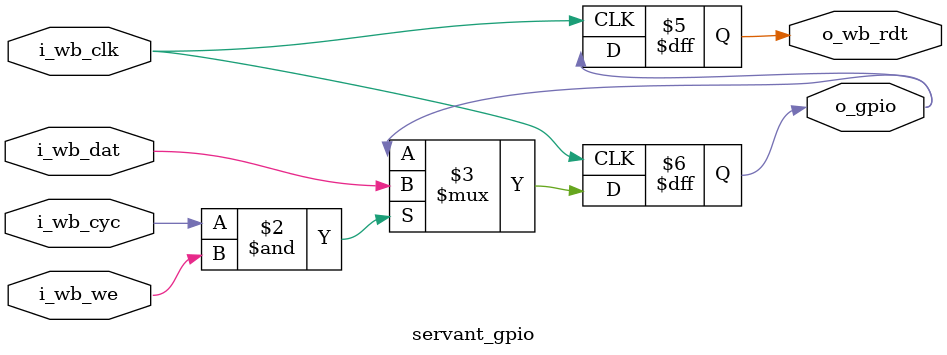
<source format=v>

module servant_gpio
  (input wire i_wb_clk,
   input wire i_wb_dat,
   input wire i_wb_we,
   input wire i_wb_cyc,
   output reg o_wb_rdt,
   output reg o_gpio);

   always @(posedge i_wb_clk) begin
      o_wb_rdt <= o_gpio;
      if (i_wb_cyc & i_wb_we)
	o_gpio <= i_wb_dat;
   end
endmodule

</source>
